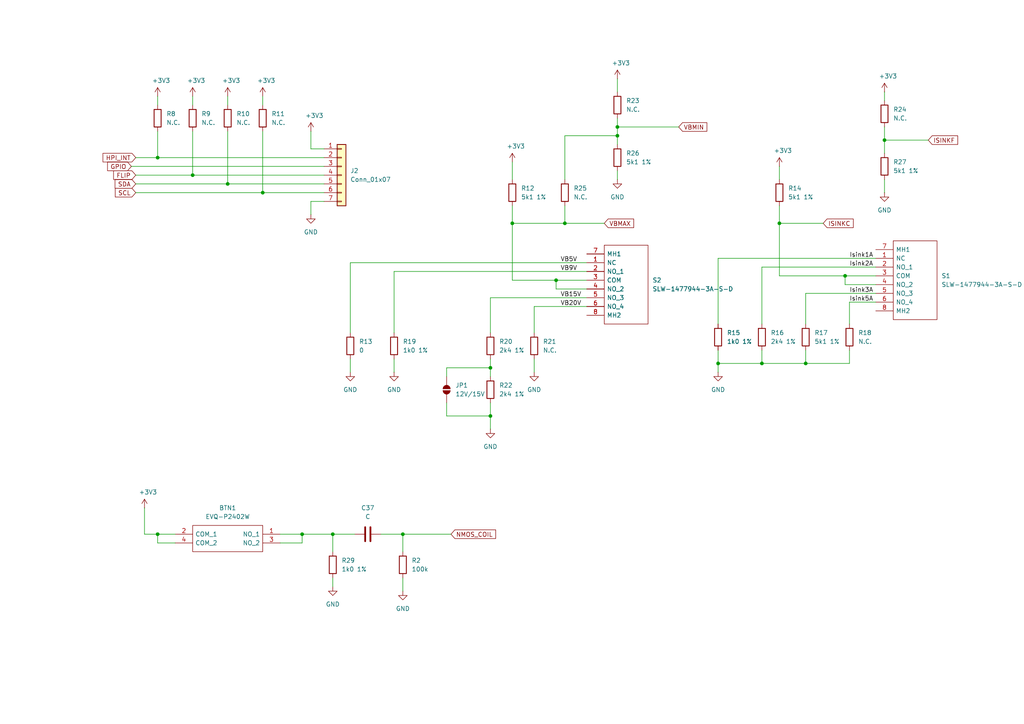
<source format=kicad_sch>
(kicad_sch (version 20250114) (generator "eeschema") (generator_version "9.0")
  (paper "A4")
  (lib_symbols
    (symbol "Connector_Generic:Conn_01x07" (pin_names (offset 1.016) (hide yes))
      (property "Reference" "J" (at 0 10.16 0))
      (property "Value" "Conn_01x07" (at 0 -10.16 0))
      (symbol "Conn_01x07_1_1"
        (rectangle (start -1.27 8.89) (end 1.27 -8.89) (stroke (width 0.254)) (fill (type background)))
        (rectangle (start -1.27 7.747) (end 0 7.493) (stroke (width 0.1524)))
        (rectangle (start -1.27 5.207) (end 0 4.953) (stroke (width 0.1524)))
        (rectangle (start -1.27 2.667) (end 0 2.413) (stroke (width 0.1524)))
        (rectangle (start -1.27 0.127) (end 0 -0.127) (stroke (width 0.1524)))
        (rectangle (start -1.27 -2.413) (end 0 -2.667) (stroke (width 0.1524)))
        (rectangle (start -1.27 -4.953) (end 0 -5.207) (stroke (width 0.1524)))
        (rectangle (start -1.27 -7.493) (end 0 -7.747) (stroke (width 0.1524)))
        (pin passive line (at -5.08 7.62 0) (length 3.81) (name "Pin_1") (number "1"))
        (pin passive line (at -5.08 5.08 0) (length 3.81) (name "Pin_2") (number "2"))
        (pin passive line (at -5.08 2.54 0) (length 3.81) (name "Pin_3") (number "3"))
        (pin passive line (at -5.08 0 0) (length 3.81) (name "Pin_4") (number "4"))
        (pin passive line (at -5.08 -2.54 0) (length 3.81) (name "Pin_5") (number "5"))
        (pin passive line (at -5.08 -5.08 0) (length 3.81) (name "Pin_6") (number "6"))
        (pin passive line (at -5.08 -7.62 0) (length 3.81) (name "Pin_7") (number "7"))
      )
    )
    (symbol "Device:C" (pin_numbers (hide yes)) (pin_names (offset 0.254))
      (property "Reference" "C" (at 0.635 2.54 0))
      (property "Value" "C" (at 0.635 -2.54 0))
      (symbol "C_0_1"
        (polyline (pts (xy -2.032 0.762) (xy 2.032 0.762)) (stroke (width 0.508)))
        (polyline (pts (xy -2.032 -0.762) (xy 2.032 -0.762)) (stroke (width 0.508)))
      )
      (symbol "C_1_1"
        (pin passive line (at 0 3.81 270) (length 2.794) (name "~") (number "1"))
        (pin passive line (at 0 -3.81 90) (length 2.794) (name "~") (number "2"))
      )
    )
    (symbol "Device:R" (pin_numbers (hide yes)) (pin_names (offset 0))
      (property "Reference" "R" (at 2.032 0 90))
      (property "Value" "R" (at 0 0 90))
      (symbol "R_0_1"
        (rectangle (start -1.016 -2.54) (end 1.016 2.54) (stroke (width 0.254)))
      )
      (symbol "R_1_1"
        (pin passive line (at 0 3.81 270) (length 1.27) (name "~") (number "1"))
        (pin passive line (at 0 -3.81 90) (length 1.27) (name "~") (number "2"))
      )
    )
    (symbol "Jumper:SolderJumper_2_Open" (pin_numbers (hide yes)) (pin_names (offset 0) (hide yes)) (in_bom no)
      (property "Reference" "JP" (at 0 2.032 0))
      (property "Value" "SolderJumper_2_Open" (at 0 -2.54 0))
      (symbol "SolderJumper_2_Open_0_1"
        (polyline (pts (xy -0.254 1.016) (xy -0.254 -1.016)))
        (arc (start -0.254 -1.016) (mid -1.2656 0) (end -0.254 1.016))
        (arc (start -0.254 -1.016) (mid -1.2656 0) (end -0.254 1.016) (fill (type outline)))
        (arc (start 0.254 1.016) (mid 1.2656 0) (end 0.254 -1.016))
        (arc (start 0.254 1.016) (mid 1.2656 0) (end 0.254 -1.016) (fill (type outline)))
        (polyline (pts (xy 0.254 1.016) (xy 0.254 -1.016)))
      )
      (symbol "SolderJumper_2_Open_1_1"
        (pin passive line (at -3.81 0 0) (length 2.54) (name "A") (number "1"))
        (pin passive line (at 3.81 0 180) (length 2.54) (name "B") (number "2"))
      )
    )
    (symbol "SamacSys_Parts:EVQ-P2402W" (pin_names (offset 0.762))
      (property "Reference" "S" (at 26.67 7.62 0))
      (property "Value" "EVQ-P2402W" (at 26.67 5.08 0))
      (symbol "EVQ-P2402W_0_0"
        (pin passive line (at 0 0 0) (length 5.08) (name "NO_1") (number "1"))
        (pin passive line (at 0 -2.54 0) (length 5.08) (name "NO_2") (number "3"))
        (pin passive line (at 30.48 0 180) (length 5.08) (name "COM_1") (number "2"))
        (pin passive line (at 30.48 -2.54 180) (length 5.08) (name "COM_2") (number "4"))
      )
      (symbol "EVQ-P2402W_0_1"
        (polyline (pts (xy 5.08 2.54) (xy 25.4 2.54) (xy 25.4 -5.08) (xy 5.08 -5.08) (xy 5.08 2.54)) (stroke (width 0.1524)))
      )
    )
    (symbol "my_library:SLW-1477944-3A-S-D" (pin_names (offset 0.762))
      (property "Reference" "S" (at 19.05 7.62 0))
      (property "Value" "SLW-1477944-3A-S-D" (at 19.05 5.08 0))
      (symbol "SLW-1477944-3A-S-D_0_0"
        (pin passive line (at 0 0 0) (length 5.08) (name "MH1") (number "7"))
        (pin passive line (at 0 -5.08 0) (length 5.08) (name "NO_1") (number "2"))
        (pin passive line (at 0 -7.62 0) (length 5.08) (name "COM") (number "3"))
        (pin passive line (at 0 -10.16 0) (length 5.08) (name "NO_2") (number "4"))
        (pin passive line (at 0 -12.7 0) (length 5.08) (name "NO_3") (number "5"))
        (pin passive line (at 0 -15.24 0) (length 5.08) (name "NO_4") (number "6"))
        (pin passive line (at 0 -17.78 0) (length 5.08) (name "MH2") (number "8"))
      )
      (symbol "SLW-1477944-3A-S-D_0_1"
        (polyline (pts (xy 5.08 2.54) (xy 17.78 2.54) (xy 17.78 -20.32) (xy 5.08 -20.32) (xy 5.08 2.54)) (stroke (width 0.1524)))
      )
      (symbol "SLW-1477944-3A-S-D_1_0"
        (pin passive line (at 0 -2.54 0) (length 5.08) (name "NC") (number "1"))
      )
    )
    (symbol "power:+3V3" (power) (pin_numbers (hide yes)) (pin_names (offset 0) (hide yes))
      (property "Value" "+3V3" (at 0 3.556 0))
      (symbol "+3V3_0_1"
        (polyline (pts (xy -0.762 1.27) (xy 0 2.54)))
        (polyline (pts (xy 0 2.54) (xy 0.762 1.27)))
        (polyline (pts (xy 0 0) (xy 0 2.54)))
      )
      (symbol "+3V3_1_1"
        (pin power_in line (at 0 0 90) (length 0) (name "~") (number "1"))
      )
    )
    (symbol "power:GND" (power) (pin_numbers (hide yes)) (pin_names (offset 0) (hide yes))
      (property "Value" "GND" (at 0 -3.81 0))
      (symbol "GND_0_1"
        (polyline (pts (xy 0 0) (xy 0 -1.27) (xy 1.27 -1.27) (xy 0 -2.54) (xy -1.27 -1.27) (xy 0 -1.27)))
      )
      (symbol "GND_1_1"
        (pin power_in line (at 0 0 270) (length 0) (name "~") (number "1"))
      )
    )
  )
  (junction (at 96.52 154.94))
  (junction (at 226.06 64.77))
  (junction (at 148.59 64.77))
  (junction (at 179.07 39.37))
  (junction (at 233.68 105.41))
  (junction (at 87.63 154.94))
  (junction (at 116.84 154.94))
  (junction (at 76.2 55.88))
  (junction (at 163.83 64.77))
  (junction (at 142.24 106.68))
  (junction (at 55.88 50.8))
  (junction (at 220.98 105.41))
  (junction (at 66.04 53.34))
  (junction (at 208.28 105.41))
  (junction (at 45.72 45.72))
  (junction (at 245.11 80.01))
  (junction (at 161.29 81.28))
  (junction (at 256.54 40.64))
  (junction (at 142.24 120.65))
  (junction (at 45.72 154.94))
  (junction (at 179.07 36.83))
  (wire (pts (xy 66.04 53.34) (xy 93.98 53.34)))
  (wire (pts (xy 50.8 157.48) (xy 45.72 157.48)))
  (wire (pts (xy 45.72 154.94) (xy 41.91 154.94)))
  (wire (pts (xy 226.06 64.77) (xy 238.76 64.77)))
  (wire (pts (xy 233.68 101.6) (xy 233.68 105.41)))
  (wire (pts (xy 254 74.93) (xy 208.28 74.93)))
  (wire (pts (xy 45.72 45.72) (xy 93.98 45.72)))
  (wire (pts (xy 96.52 167.64) (xy 96.52 170.18)))
  (wire (pts (xy 96.52 154.94) (xy 96.52 160.02)))
  (wire (pts (xy 246.38 87.63) (xy 246.38 93.98)))
  (wire (pts (xy 256.54 40.64) (xy 256.54 44.45)))
  (wire (pts (xy 87.63 154.94) (xy 96.52 154.94)))
  (wire (pts (xy 226.06 64.77) (xy 226.06 80.01)))
  (wire (pts (xy 45.72 27.94) (xy 45.72 30.48)))
  (wire (pts (xy 116.84 154.94) (xy 116.84 160.02)))
  (wire (pts (xy 208.28 105.41) (xy 208.28 107.95)))
  (wire (pts (xy 66.04 38.1) (xy 66.04 53.34)))
  (wire (pts (xy 233.68 105.41) (xy 246.38 105.41)))
  (wire (pts (xy 233.68 85.09) (xy 233.68 93.98)))
  (wire (pts (xy 101.6 104.14) (xy 101.6 107.95)))
  (wire (pts (xy 179.07 22.86) (xy 179.07 26.67)))
  (wire (pts (xy 81.28 157.48) (xy 87.63 157.48)))
  (wire (pts (xy 179.07 49.53) (xy 179.07 52.07)))
  (wire (pts (xy 161.29 83.82) (xy 170.18 83.82)))
  (wire (pts (xy 256.54 36.83) (xy 256.54 40.64)))
  (wire (pts (xy 226.06 48.26) (xy 226.06 52.07)))
  (wire (pts (xy 161.29 81.28) (xy 161.29 83.82)))
  (wire (pts (xy 129.54 106.68) (xy 142.24 106.68)))
  (wire (pts (xy 142.24 86.36) (xy 170.18 86.36)))
  (wire (pts (xy 154.94 88.9) (xy 170.18 88.9)))
  (wire (pts (xy 179.07 34.29) (xy 179.07 36.83)))
  (wire (pts (xy 179.07 36.83) (xy 179.07 39.37)))
  (wire (pts (xy 170.18 76.2) (xy 101.6 76.2)))
  (wire (pts (xy 154.94 96.52) (xy 154.94 88.9)))
  (wire (pts (xy 208.28 74.93) (xy 208.28 93.98)))
  (wire (pts (xy 50.8 154.94) (xy 45.72 154.94)))
  (wire (pts (xy 90.17 38.1) (xy 90.17 43.18)))
  (wire (pts (xy 220.98 101.6) (xy 220.98 105.41)))
  (wire (pts (xy 81.28 154.94) (xy 87.63 154.94)))
  (wire (pts (xy 163.83 39.37) (xy 163.83 52.07)))
  (wire (pts (xy 87.63 157.48) (xy 87.63 154.94)))
  (wire (pts (xy 226.06 80.01) (xy 245.11 80.01)))
  (wire (pts (xy 208.28 105.41) (xy 220.98 105.41)))
  (wire (pts (xy 163.83 59.69) (xy 163.83 64.77)))
  (wire (pts (xy 116.84 167.64) (xy 116.84 171.45)))
  (wire (pts (xy 45.72 157.48) (xy 45.72 154.94)))
  (wire (pts (xy 208.28 101.6) (xy 208.28 105.41)))
  (wire (pts (xy 148.59 64.77) (xy 148.59 59.69)))
  (wire (pts (xy 129.54 116.84) (xy 129.54 120.65)))
  (wire (pts (xy 245.11 80.01) (xy 254 80.01)))
  (wire (pts (xy 148.59 64.77) (xy 163.83 64.77)))
  (wire (pts (xy 142.24 120.65) (xy 142.24 124.46)))
  (wire (pts (xy 39.37 45.72) (xy 45.72 45.72)))
  (wire (pts (xy 129.54 109.22) (xy 129.54 106.68)))
  (wire (pts (xy 90.17 58.42) (xy 90.17 62.23)))
  (wire (pts (xy 154.94 104.14) (xy 154.94 107.95)))
  (wire (pts (xy 142.24 106.68) (xy 142.24 109.22)))
  (wire (pts (xy 254 82.55) (xy 245.11 82.55)))
  (wire (pts (xy 129.54 120.65) (xy 142.24 120.65)))
  (wire (pts (xy 41.91 147.32) (xy 41.91 154.94)))
  (wire (pts (xy 256.54 26.67) (xy 256.54 29.21)))
  (wire (pts (xy 142.24 86.36) (xy 142.24 96.52)))
  (wire (pts (xy 76.2 55.88) (xy 93.98 55.88)))
  (wire (pts (xy 76.2 38.1) (xy 76.2 55.88)))
  (wire (pts (xy 161.29 81.28) (xy 170.18 81.28)))
  (wire (pts (xy 76.2 27.94) (xy 76.2 30.48)))
  (wire (pts (xy 142.24 104.14) (xy 142.24 106.68)))
  (wire (pts (xy 163.83 64.77) (xy 175.26 64.77)))
  (wire (pts (xy 233.68 85.09) (xy 254 85.09)))
  (wire (pts (xy 245.11 82.55) (xy 245.11 80.01)))
  (wire (pts (xy 55.88 27.94) (xy 55.88 30.48)))
  (wire (pts (xy 96.52 154.94) (xy 102.87 154.94)))
  (wire (pts (xy 220.98 77.47) (xy 254 77.47)))
  (wire (pts (xy 116.84 154.94) (xy 130.81 154.94)))
  (wire (pts (xy 226.06 59.69) (xy 226.06 64.77)))
  (wire (pts (xy 256.54 52.07) (xy 256.54 55.88)))
  (wire (pts (xy 45.72 38.1) (xy 45.72 45.72)))
  (wire (pts (xy 66.04 27.94) (xy 66.04 30.48)))
  (wire (pts (xy 39.37 53.34) (xy 66.04 53.34)))
  (wire (pts (xy 179.07 39.37) (xy 179.07 41.91)))
  (wire (pts (xy 90.17 58.42) (xy 93.98 58.42)))
  (wire (pts (xy 256.54 40.64) (xy 269.24 40.64)))
  (wire (pts (xy 179.07 36.83) (xy 196.85 36.83)))
  (wire (pts (xy 148.59 46.99) (xy 148.59 52.07)))
  (wire (pts (xy 220.98 105.41) (xy 233.68 105.41)))
  (wire (pts (xy 220.98 93.98) (xy 220.98 77.47)))
  (wire (pts (xy 55.88 38.1) (xy 55.88 50.8)))
  (wire (pts (xy 101.6 76.2) (xy 101.6 96.52)))
  (wire (pts (xy 38.1 48.26) (xy 93.98 48.26)))
  (wire (pts (xy 110.49 154.94) (xy 116.84 154.94)))
  (wire (pts (xy 114.3 96.52) (xy 114.3 78.74)))
  (wire (pts (xy 90.17 43.18) (xy 93.98 43.18)))
  (wire (pts (xy 148.59 81.28) (xy 161.29 81.28)))
  (wire (pts (xy 39.37 50.8) (xy 55.88 50.8)))
  (wire (pts (xy 114.3 104.14) (xy 114.3 107.95)))
  (wire (pts (xy 114.3 78.74) (xy 170.18 78.74)))
  (wire (pts (xy 39.37 55.88) (xy 76.2 55.88)))
  (wire (pts (xy 148.59 81.28) (xy 148.59 64.77)))
  (wire (pts (xy 142.24 116.84) (xy 142.24 120.65)))
  (wire (pts (xy 246.38 105.41) (xy 246.38 101.6)))
  (wire (pts (xy 246.38 87.63) (xy 254 87.63)))
  (wire (pts (xy 55.88 50.8) (xy 93.98 50.8)))
  (wire (pts (xy 163.83 39.37) (xy 179.07 39.37)))
  (label "Isink3A" (at 246.38 85.09 0))
  (label "VB15V" (at 162.56 86.36 0))
  (label "Isink1A" (at 246.38 74.93 0))
  (label "Isink2A" (at 246.38 77.47 0))
  (label "Isink5A" (at 246.38 87.63 0))
  (label "VB9V" (at 162.56 78.74 0))
  (label "VB5V" (at 162.56 76.2 0))
  (label "VB20V" (at 162.56 88.9 0))
  (global_label "GPIO" (shape input) (at 38.1 48.26 180) (property "Intersheetrefs" "${INTERSHEET_REFS}" (effects (hide yes))))
  (global_label "VBMIN" (shape input) (at 196.85 36.83 0) (property "Intersheetrefs" "${INTERSHEET_REFS}" (effects (hide yes))))
  (global_label "NMOS_COIL" (shape input) (at 130.81 154.94 0) (property "Intersheetrefs" "${INTERSHEET_REFS}" (effects (hide yes))))
  (global_label "ISINKC" (shape input) (at 238.76 64.77 0) (property "Intersheetrefs" "${INTERSHEET_REFS}" (effects (hide yes))))
  (global_label "FLIP" (shape input) (at 39.37 50.8 180) (property "Intersheetrefs" "${INTERSHEET_REFS}" (effects (hide yes))))
  (global_label "HPI_INT" (shape input) (at 39.37 45.72 180) (property "Intersheetrefs" "${INTERSHEET_REFS}" (effects (hide yes))))
  (global_label "SDA" (shape input) (at 39.37 53.34 180) (property "Intersheetrefs" "${INTERSHEET_REFS}" (effects (hide yes))))
  (global_label "VBMAX" (shape input) (at 175.26 64.77 0) (property "Intersheetrefs" "${INTERSHEET_REFS}" (effects (hide yes))))
  (global_label "SCL" (shape input) (at 39.37 55.88 180) (property "Intersheetrefs" "${INTERSHEET_REFS}" (effects (hide yes))))
  (global_label "ISINKF" (shape input) (at 269.24 40.64 0) (property "Intersheetrefs" "${INTERSHEET_REFS}" (effects (hide yes))))
  (symbol (lib_id "Device:R") (at 148.59 55.88 0) (unit 1)
    (property "Reference" "R12" (at 151.13 54.6099 0) (effects (justify left)))
    (property "Value" "5k1 1%" (at 151.13 57.1499 0) (effects (justify left)))
    (property "Footprint" "Resistor_SMD:R_1206_3216Metric_Pad1.30x1.75mm_HandSolder" (effects (hide yes)))
    (property "Description" "Resistor" (effects (hide yes)))
  )
  (symbol (lib_id "Device:R") (at 154.94 100.33 0) (unit 1)
    (property "Reference" "R21" (at 157.48 99.0599 0) (effects (justify left)))
    (property "Value" "N.C." (at 157.48 101.5999 0) (effects (justify left)))
    (property "Footprint" "Resistor_SMD:R_1206_3216Metric_Pad1.30x1.75mm_HandSolder" (effects (hide yes)))
    (property "Description" "Resistor" (effects (hide yes)))
  )
  (symbol (lib_id "Device:R") (at 96.52 163.83 0) (unit 1)
    (property "Reference" "R29" (at 99.06 162.5599 0) (effects (justify left)))
    (property "Value" "1k0 1%" (at 99.06 165.0999 0) (effects (justify left)))
    (property "Footprint" "Resistor_SMD:R_1206_3216Metric_Pad1.30x1.75mm_HandSolder" (effects (hide yes)))
    (property "Description" "Resistor" (effects (hide yes)))
  )
  (symbol (lib_id "power:GND") (at 256.54 55.88 0) (unit 1)
    (property "Reference" "#PWR028" (effects (hide yes)))
    (property "Value" "GND" (at 256.54 60.96 0))
    (property "Description" "Power symbol creates a global label with name \"GND\" , ground" (effects (hide yes)))
  )
  (symbol (lib_id "Device:R") (at 66.04 34.29 0) (unit 1)
    (property "Reference" "R10" (at 68.58 33.0199 0) (effects (justify left)))
    (property "Value" "N.C." (at 68.58 35.5599 0) (effects (justify left)))
    (property "Footprint" "Resistor_SMD:R_1206_3216Metric_Pad1.30x1.75mm_HandSolder" (effects (hide yes)))
    (property "Description" "Resistor" (effects (hide yes)))
  )
  (symbol (lib_id "my_library:SLW-1477944-3A-S-D") (at 170.18 73.66 0) (unit 1)
    (property "Reference" "S2" (at 189.23 81.2799 0) (effects (justify left)))
    (property "Value" "SLW-1477944-3A-S-D" (at 189.23 83.8199 0) (effects (justify left)))
    (property "Footprint" "SLW14779443ASD" (effects (hide yes)))
    (property "Datasheet" "https://www.sameskydevices.com/product/resource/supplyframepdf/slw-1477944-3a-s-d.pdf" (effects (hide yes)))
    (property "Description" "14.7 x 7.9 x 4.4 mm, 3 mm Raised Slide Actuator, Through Hole, Slide Switch" (effects (hide yes)))
    (property "Description_1" "14.7 x 7.9 x 4.4 mm, 3 mm Raised Slide Actuator, Through Hole, Slide Switch" (effects (hide yes)))
    (property "Height" "8" (effects (hide yes)))
    (property "Manufacturer_Name" "Same Sky" (effects (hide yes)))
    (property "Manufacturer_Part_Number" "SLW-1477944-3A-S-D" (effects (hide yes)))
    (property "Mouser Part Number" "179-SLW14779443ASD" (effects (hide yes)))
    (property "Mouser Price/Stock" "https://www.mouser.co.uk/ProductDetail/CUI-Devices/SLW-1477944-3A-S-D?qs=IKkN%2F947nfD1CC%2FffJ%2FTNA%3D%3D" (effects (hide yes)))
  )
  (symbol (lib_id "power:GND") (at 208.28 107.95 0) (unit 1)
    (property "Reference" "#PWR029" (effects (hide yes)))
    (property "Value" "GND" (at 208.28 113.03 0))
    (property "Description" "Power symbol creates a global label with name \"GND\" , ground" (effects (hide yes)))
  )
  (symbol (lib_id "power:GND") (at 90.17 62.23 0) (unit 1)
    (property "Reference" "#PWR042" (effects (hide yes)))
    (property "Value" "GND" (at 90.17 67.31 0))
    (property "Description" "Power symbol creates a global label with name \"GND\" , ground" (effects (hide yes)))
  )
  (symbol (lib_id "SamacSys_Parts:EVQ-P2402W") (at 81.28 154.94 0) (mirror y) (unit 1)
    (property "Reference" "BTN1" (at 66.04 147.32 0))
    (property "Value" "EVQ-P2402W" (at 66.04 149.86 0))
    (property "Footprint" "EVQP2402W" (effects (hide yes)))
    (property "Datasheet" "https://componentsearchengine.com/Datasheets/1/EVQ-P2402W.pdf" (effects (hide yes)))
    (property "Description" "Tactile Switches FLAT ACT 2.4NF 4.7x3.5x2.5mm" (effects (hide yes)))
    (property "Description_1" "Tactile Switches FLAT ACT 2.4NF 4.7x3.5x2.5mm" (effects (hide yes)))
    (property "Height" "2.7" (effects (hide yes)))
    (property "Manufacturer_Name" "Panasonic" (effects (hide yes)))
    (property "Manufacturer_Part_Number" "EVQ-P2402W" (effects (hide yes)))
    (property "Mouser Part Number" "667-EVQ-P2402W" (effects (hide yes)))
    (property "Mouser Price/Stock" "https://www.mouser.co.uk/ProductDetail/Panasonic/EVQ-P2402W?qs=whhzBCqEXCvxHEhCrDZwwQ%3D%3D" (effects (hide yes)))
    (property "Arrow Part Number" "EVQ-P2402W" (effects (hide yes)))
    (property "Arrow Price/Stock" "https://www.arrow.com/en/products/evq-p2402w/panasonic?utm_currency=USD&region=nac" (effects (hide yes)))
  )
  (symbol (lib_id "Device:R") (at 45.72 34.29 0) (unit 1)
    (property "Reference" "R8" (at 48.26 33.0199 0) (effects (justify left)))
    (property "Value" "N.C." (at 48.26 35.5599 0) (effects (justify left)))
    (property "Footprint" "Resistor_SMD:R_1206_3216Metric_Pad1.30x1.75mm_HandSolder" (effects (hide yes)))
    (property "Description" "Resistor" (effects (hide yes)))
  )
  (symbol (lib_id "power:+3V3") (at 179.07 22.86 0) (unit 1)
    (property "Reference" "#PWR036" (effects (hide yes)))
    (property "Value" "+3V3" (at 180.086 18.288 0))
    (property "Description" "Power symbol creates a global label with name \"+3V3\"" (effects (hide yes)))
  )
  (symbol (lib_id "power:GND") (at 101.6 107.95 0) (unit 1)
    (property "Reference" "#PWR033" (effects (hide yes)))
    (property "Value" "GND" (at 101.6 113.03 0))
    (property "Description" "Power symbol creates a global label with name \"GND\" , ground" (effects (hide yes)))
  )
  (symbol (lib_id "power:GND") (at 142.24 124.46 0) (unit 1)
    (property "Reference" "#PWR030" (effects (hide yes)))
    (property "Value" "GND" (at 142.24 129.54 0))
    (property "Description" "Power symbol creates a global label with name \"GND\" , ground" (effects (hide yes)))
  )
  (symbol (lib_id "power:+3V3") (at 45.72 27.94 0) (unit 1)
    (property "Reference" "#PWR037" (effects (hide yes)))
    (property "Value" "+3V3" (at 46.736 23.368 0))
    (property "Description" "Power symbol creates a global label with name \"+3V3\"" (effects (hide yes)))
  )
  (symbol (lib_id "power:+3V3") (at 76.2 27.94 0) (unit 1)
    (property "Reference" "#PWR040" (effects (hide yes)))
    (property "Value" "+3V3" (at 77.216 23.368 0))
    (property "Description" "Power symbol creates a global label with name \"+3V3\"" (effects (hide yes)))
  )
  (symbol (lib_id "Device:R") (at 208.28 97.79 0) (unit 1)
    (property "Reference" "R15" (at 210.82 96.5199 0) (effects (justify left)))
    (property "Value" "1k0 1%" (at 210.82 99.0599 0) (effects (justify left)))
    (property "Footprint" "Resistor_SMD:R_1206_3216Metric_Pad1.30x1.75mm_HandSolder" (effects (hide yes)))
    (property "Description" "Resistor" (effects (hide yes)))
  )
  (symbol (lib_id "Device:R") (at 256.54 33.02 0) (unit 1)
    (property "Reference" "R24" (at 259.08 31.7499 0) (effects (justify left)))
    (property "Value" "N.C." (at 259.08 34.2899 0) (effects (justify left)))
    (property "Footprint" "Resistor_SMD:R_1206_3216Metric_Pad1.30x1.75mm_HandSolder" (effects (hide yes)))
    (property "Description" "Resistor" (effects (hide yes)))
  )
  (symbol (lib_id "power:+3V3") (at 256.54 26.67 0) (unit 1)
    (property "Reference" "#PWR026" (effects (hide yes)))
    (property "Value" "+3V3" (at 257.556 22.098 0))
    (property "Description" "Power symbol creates a global label with name \"+3V3\"" (effects (hide yes)))
  )
  (symbol (lib_id "power:+3V3") (at 55.88 27.94 0) (unit 1)
    (property "Reference" "#PWR038" (effects (hide yes)))
    (property "Value" "+3V3" (at 56.896 23.368 0))
    (property "Description" "Power symbol creates a global label with name \"+3V3\"" (effects (hide yes)))
  )
  (symbol (lib_id "power:+3V3") (at 148.59 46.99 0) (unit 1)
    (property "Reference" "#PWR034" (effects (hide yes)))
    (property "Value" "+3V3" (at 149.606 42.418 0))
    (property "Description" "Power symbol creates a global label with name \"+3V3\"" (effects (hide yes)))
  )
  (symbol (lib_id "Device:R") (at 114.3 100.33 0) (unit 1)
    (property "Reference" "R19" (at 116.84 99.0599 0) (effects (justify left)))
    (property "Value" "1k0 1%" (at 116.84 101.5999 0) (effects (justify left)))
    (property "Footprint" "Resistor_SMD:R_1206_3216Metric_Pad1.30x1.75mm_HandSolder" (effects (hide yes)))
    (property "Description" "Resistor" (effects (hide yes)))
  )
  (symbol (lib_id "Device:R") (at 55.88 34.29 0) (unit 1)
    (property "Reference" "R9" (at 58.42 33.0199 0) (effects (justify left)))
    (property "Value" "N.C." (at 58.42 35.5599 0) (effects (justify left)))
    (property "Footprint" "Resistor_SMD:R_1206_3216Metric_Pad1.30x1.75mm_HandSolder" (effects (hide yes)))
    (property "Description" "Resistor" (effects (hide yes)))
  )
  (symbol (lib_id "Device:R") (at 101.6 100.33 0) (unit 1)
    (property "Reference" "R13" (at 104.14 99.0599 0) (effects (justify left)))
    (property "Value" "0" (at 104.14 101.5999 0) (effects (justify left)))
    (property "Footprint" "Resistor_SMD:R_1206_3216Metric_Pad1.30x1.75mm_HandSolder" (effects (hide yes)))
    (property "Description" "Resistor" (effects (hide yes)))
  )
  (symbol (lib_id "Device:R") (at 233.68 97.79 0) (unit 1)
    (property "Reference" "R17" (at 236.22 96.5199 0) (effects (justify left)))
    (property "Value" "5k1 1%" (at 236.22 99.0599 0) (effects (justify left)))
    (property "Footprint" "Resistor_SMD:R_1206_3216Metric_Pad1.30x1.75mm_HandSolder" (effects (hide yes)))
    (property "Description" "Resistor" (effects (hide yes)))
  )
  (symbol (lib_id "my_library:SLW-1477944-3A-S-D") (at 254 72.39 0) (unit 1)
    (property "Reference" "S1" (at 273.05 80.0099 0) (effects (justify left)))
    (property "Value" "SLW-1477944-3A-S-D" (at 273.05 82.5499 0) (effects (justify left)))
    (property "Footprint" "SLW14779443ASD" (effects (hide yes)))
    (property "Datasheet" "https://www.sameskydevices.com/product/resource/supplyframepdf/slw-1477944-3a-s-d.pdf" (effects (hide yes)))
    (property "Description" "14.7 x 7.9 x 4.4 mm, 3 mm Raised Slide Actuator, Through Hole, Slide Switch" (effects (hide yes)))
    (property "Description_1" "14.7 x 7.9 x 4.4 mm, 3 mm Raised Slide Actuator, Through Hole, Slide Switch" (effects (hide yes)))
    (property "Height" "8" (effects (hide yes)))
    (property "Manufacturer_Name" "Same Sky" (effects (hide yes)))
    (property "Manufacturer_Part_Number" "SLW-1477944-3A-S-D" (effects (hide yes)))
    (property "Mouser Part Number" "179-SLW14779443ASD" (effects (hide yes)))
    (property "Mouser Price/Stock" "https://www.mouser.co.uk/ProductDetail/CUI-Devices/SLW-1477944-3A-S-D?qs=IKkN%2F947nfD1CC%2FffJ%2FTNA%3D%3D" (effects (hide yes)))
  )
  (symbol (lib_id "power:+3V3") (at 66.04 27.94 0) (unit 1)
    (property "Reference" "#PWR039" (effects (hide yes)))
    (property "Value" "+3V3" (at 67.056 23.368 0))
    (property "Description" "Power symbol creates a global label with name \"+3V3\"" (effects (hide yes)))
  )
  (symbol (lib_id "Device:R") (at 142.24 100.33 0) (unit 1)
    (property "Reference" "R20" (at 144.78 99.0599 0) (effects (justify left)))
    (property "Value" "2k4 1%" (at 144.78 101.5999 0) (effects (justify left)))
    (property "Footprint" "Resistor_SMD:R_1206_3216Metric_Pad1.30x1.75mm_HandSolder" (effects (hide yes)))
    (property "Description" "Resistor" (effects (hide yes)))
  )
  (symbol (lib_id "Device:R") (at 256.54 48.26 0) (unit 1)
    (property "Reference" "R27" (at 259.08 46.9899 0) (effects (justify left)))
    (property "Value" "5k1 1%" (at 259.08 49.5299 0) (effects (justify left)))
    (property "Footprint" "Resistor_SMD:R_1206_3216Metric_Pad1.30x1.75mm_HandSolder" (effects (hide yes)))
    (property "Description" "Resistor" (effects (hide yes)))
  )
  (symbol (lib_id "power:GND") (at 114.3 107.95 0) (unit 1)
    (property "Reference" "#PWR032" (effects (hide yes)))
    (property "Value" "GND" (at 114.3 113.03 0))
    (property "Description" "Power symbol creates a global label with name \"GND\" , ground" (effects (hide yes)))
  )
  (symbol (lib_id "Device:R") (at 179.07 30.48 0) (unit 1)
    (property "Reference" "R23" (at 181.61 29.2099 0) (effects (justify left)))
    (property "Value" "N.C." (at 181.61 31.7499 0) (effects (justify left)))
    (property "Footprint" "Resistor_SMD:R_1206_3216Metric_Pad1.30x1.75mm_HandSolder" (effects (hide yes)))
    (property "Description" "Resistor" (effects (hide yes)))
  )
  (symbol (lib_id "Device:R") (at 246.38 97.79 0) (unit 1)
    (property "Reference" "R18" (at 248.92 96.5199 0) (effects (justify left)))
    (property "Value" "N.C." (at 248.92 99.0599 0) (effects (justify left)))
    (property "Footprint" "Resistor_SMD:R_1206_3216Metric_Pad1.30x1.75mm_HandSolder" (effects (hide yes)))
    (property "Description" "Resistor" (effects (hide yes)))
  )
  (symbol (lib_id "Device:R") (at 179.07 45.72 0) (unit 1)
    (property "Reference" "R26" (at 181.61 44.4499 0) (effects (justify left)))
    (property "Value" "5k1 1%" (at 181.61 46.9899 0) (effects (justify left)))
    (property "Footprint" "Resistor_SMD:R_1206_3216Metric_Pad1.30x1.75mm_HandSolder" (effects (hide yes)))
    (property "Description" "Resistor" (effects (hide yes)))
  )
  (symbol (lib_id "power:GND") (at 154.94 107.95 0) (unit 1)
    (property "Reference" "#PWR031" (effects (hide yes)))
    (property "Value" "GND" (at 154.94 113.03 0))
    (property "Description" "Power symbol creates a global label with name \"GND\" , ground" (effects (hide yes)))
  )
  (symbol (lib_id "power:GND") (at 116.84 171.45 0) (unit 1)
    (property "Reference" "#PWR044" (effects (hide yes)))
    (property "Value" "GND" (at 116.84 176.53 0))
    (property "Description" "Power symbol creates a global label with name \"GND\" , ground" (effects (hide yes)))
  )
  (symbol (lib_id "Device:R") (at 220.98 97.79 0) (unit 1)
    (property "Reference" "R16" (at 223.52 96.5199 0) (effects (justify left)))
    (property "Value" "2k4 1%" (at 223.52 99.0599 0) (effects (justify left)))
    (property "Footprint" "Resistor_SMD:R_1206_3216Metric_Pad1.30x1.75mm_HandSolder" (effects (hide yes)))
    (property "Description" "Resistor" (effects (hide yes)))
  )
  (symbol (lib_id "power:+3V3") (at 41.91 147.32 0) (unit 1)
    (property "Reference" "#PWR045" (effects (hide yes)))
    (property "Value" "+3V3" (at 42.926 142.748 0))
    (property "Description" "Power symbol creates a global label with name \"+3V3\"" (effects (hide yes)))
  )
  (symbol (lib_id "power:+3V3") (at 90.17 38.1 0) (unit 1)
    (property "Reference" "#PWR041" (effects (hide yes)))
    (property "Value" "+3V3" (at 91.186 33.528 0))
    (property "Description" "Power symbol creates a global label with name \"+3V3\"" (effects (hide yes)))
  )
  (symbol (lib_id "Device:R") (at 76.2 34.29 0) (unit 1)
    (property "Reference" "R11" (at 78.74 33.0199 0) (effects (justify left)))
    (property "Value" "N.C." (at 78.74 35.5599 0) (effects (justify left)))
    (property "Footprint" "Resistor_SMD:R_1206_3216Metric_Pad1.30x1.75mm_HandSolder" (effects (hide yes)))
    (property "Description" "Resistor" (effects (hide yes)))
  )
  (symbol (lib_id "power:GND") (at 96.52 170.18 0) (unit 1)
    (property "Reference" "#PWR043" (effects (hide yes)))
    (property "Value" "GND" (at 96.52 175.26 0))
    (property "Description" "Power symbol creates a global label with name \"GND\" , ground" (effects (hide yes)))
  )
  (symbol (lib_id "Device:R") (at 142.24 113.03 0) (unit 1)
    (property "Reference" "R22" (at 144.78 111.7599 0) (effects (justify left)))
    (property "Value" "2k4 1%" (at 144.78 114.2999 0) (effects (justify left)))
    (property "Footprint" "Resistor_SMD:R_1206_3216Metric_Pad1.30x1.75mm_HandSolder" (effects (hide yes)))
    (property "Description" "Resistor" (effects (hide yes)))
  )
  (symbol (lib_id "power:GND") (at 179.07 52.07 0) (unit 1)
    (property "Reference" "#PWR035" (effects (hide yes)))
    (property "Value" "GND" (at 179.07 57.15 0))
    (property "Description" "Power symbol creates a global label with name \"GND\" , ground" (effects (hide yes)))
  )
  (symbol (lib_id "Device:R") (at 163.83 55.88 0) (unit 1)
    (property "Reference" "R25" (at 166.37 54.6099 0) (effects (justify left)))
    (property "Value" "N.C." (at 166.37 57.1499 0) (effects (justify left)))
    (property "Footprint" "Resistor_SMD:R_1206_3216Metric_Pad1.30x1.75mm_HandSolder" (effects (hide yes)))
    (property "Description" "Resistor" (effects (hide yes)))
  )
  (symbol (lib_id "Jumper:SolderJumper_2_Open") (at 129.54 113.03 90) (unit 1) (in_bom no)
    (property "Reference" "JP1" (at 132.08 111.7599 90) (effects (justify right)))
    (property "Value" "12V/15V" (at 132.08 114.2999 90) (effects (justify right)))
    (property "Footprint" "Jumper:SolderJumper-2_P1.3mm_Open_RoundedPad1.0x1.5mm" (effects (hide yes)))
    (property "Description" "Solder Jumper, 2-pole, open" (effects (hide yes)))
  )
  (symbol (lib_id "Connector_Generic:Conn_01x07") (at 99.06 50.8 0) (unit 1)
    (property "Reference" "J2" (at 101.6 49.5299 0) (effects (justify left)))
    (property "Value" "Conn_01x07" (at 101.6 52.0699 0) (effects (justify left)))
    (property "Footprint" "Connector_PinHeader_2.54mm:PinHeader_1x07_P2.54mm_Vertical" (effects (hide yes)))
    (property "Description" "Generic connector, single row, 01x07, script generated (kicad-library-utils/schlib/autogen/connector/)" (effects (hide yes)))
  )
  (symbol (lib_id "Device:R") (at 116.84 163.83 0) (unit 1)
    (property "Reference" "R2" (at 119.38 162.5599 0) (effects (justify left)))
    (property "Value" "100k" (at 119.38 165.0999 0) (effects (justify left)))
    (property "Footprint" "Resistor_SMD:R_1206_3216Metric_Pad1.30x1.75mm_HandSolder" (effects (hide yes)))
    (property "Description" "Resistor" (effects (hide yes)))
  )
  (symbol (lib_id "Device:C") (at 106.68 154.94 90) (unit 1)
    (property "Reference" "C37" (at 106.68 147.32 90))
    (property "Value" "C" (at 106.68 149.86 90))
    (property "Footprint" "Capacitor_SMD:C_1206_3216Metric_Pad1.33x1.80mm_HandSolder" (effects (hide yes)))
    (property "Description" "Unpolarized capacitor" (effects (hide yes)))
  )
  (symbol (lib_id "Device:R") (at 226.06 55.88 0) (unit 1)
    (property "Reference" "R14" (at 228.6 54.6099 0) (effects (justify left)))
    (property "Value" "5k1 1%" (at 228.6 57.1499 0) (effects (justify left)))
    (property "Footprint" "Resistor_SMD:R_1206_3216Metric_Pad1.30x1.75mm_HandSolder" (effects (hide yes)))
    (property "Description" "Resistor" (effects (hide yes)))
  )
  (symbol (lib_id "power:+3V3") (at 226.06 48.26 0) (unit 1)
    (property "Reference" "#PWR027" (effects (hide yes)))
    (property "Value" "+3V3" (at 227.076 43.688 0))
    (property "Description" "Power symbol creates a global label with name \"+3V3\"" (effects (hide yes)))
  )
)
</source>
